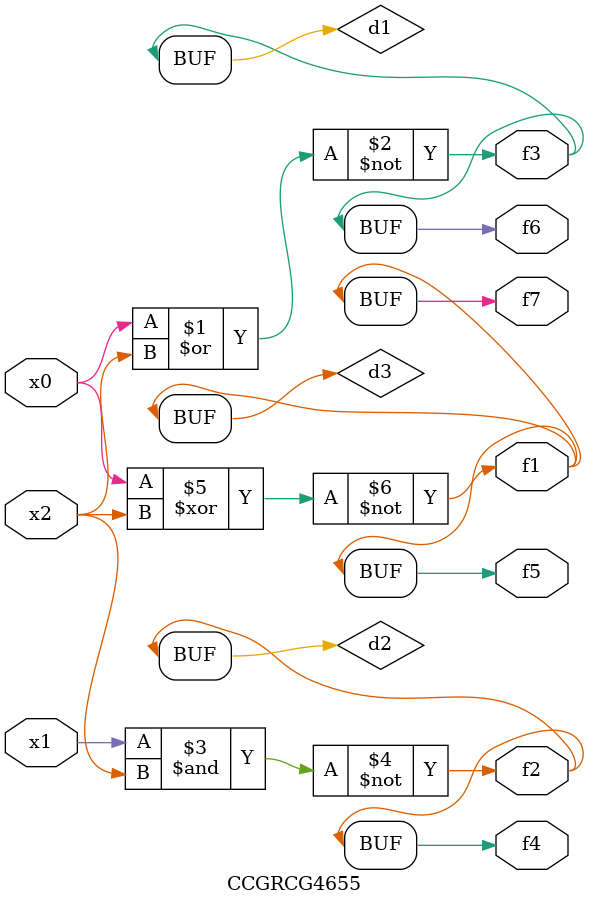
<source format=v>
module CCGRCG4655(
	input x0, x1, x2,
	output f1, f2, f3, f4, f5, f6, f7
);

	wire d1, d2, d3;

	nor (d1, x0, x2);
	nand (d2, x1, x2);
	xnor (d3, x0, x2);
	assign f1 = d3;
	assign f2 = d2;
	assign f3 = d1;
	assign f4 = d2;
	assign f5 = d3;
	assign f6 = d1;
	assign f7 = d3;
endmodule

</source>
